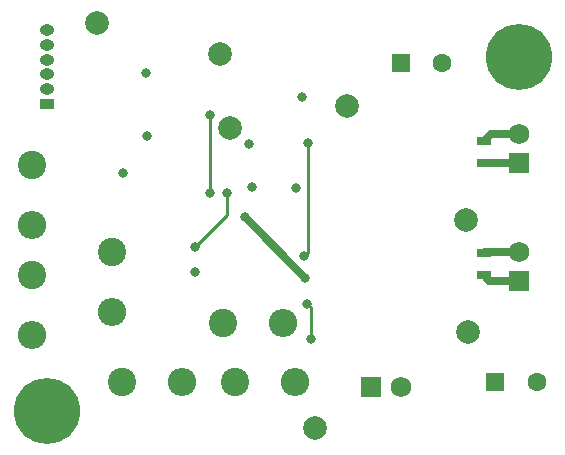
<source format=gbr>
%TF.GenerationSoftware,KiCad,Pcbnew,(5.1.10)-1*%
%TF.CreationDate,2021-08-14T12:20:45-07:00*%
%TF.ProjectId,EmitterDriverV2,456d6974-7465-4724-9472-697665725632,rev?*%
%TF.SameCoordinates,Original*%
%TF.FileFunction,Copper,L4,Bot*%
%TF.FilePolarity,Positive*%
%FSLAX46Y46*%
G04 Gerber Fmt 4.6, Leading zero omitted, Abs format (unit mm)*
G04 Created by KiCad (PCBNEW (5.1.10)-1) date 2021-08-14 12:20:45*
%MOMM*%
%LPD*%
G01*
G04 APERTURE LIST*
%TA.AperFunction,ComponentPad*%
%ADD10C,5.600000*%
%TD*%
%TA.AperFunction,ComponentPad*%
%ADD11R,1.600000X1.600000*%
%TD*%
%TA.AperFunction,ComponentPad*%
%ADD12C,1.600000*%
%TD*%
%TA.AperFunction,ComponentPad*%
%ADD13R,1.750000X1.750000*%
%TD*%
%TA.AperFunction,ComponentPad*%
%ADD14C,1.750000*%
%TD*%
%TA.AperFunction,ComponentPad*%
%ADD15O,1.250000X0.950000*%
%TD*%
%TA.AperFunction,ComponentPad*%
%ADD16R,1.250000X0.950000*%
%TD*%
%TA.AperFunction,SMDPad,CuDef*%
%ADD17R,1.300000X0.700000*%
%TD*%
%TA.AperFunction,ComponentPad*%
%ADD18C,2.400000*%
%TD*%
%TA.AperFunction,ComponentPad*%
%ADD19O,2.400000X2.400000*%
%TD*%
%TA.AperFunction,ComponentPad*%
%ADD20C,2.000000*%
%TD*%
%TA.AperFunction,ViaPad*%
%ADD21C,0.800000*%
%TD*%
%TA.AperFunction,Conductor*%
%ADD22C,0.635000*%
%TD*%
%TA.AperFunction,Conductor*%
%ADD23C,0.250000*%
%TD*%
%TA.AperFunction,Conductor*%
%ADD24C,0.254000*%
%TD*%
G04 APERTURE END LIST*
D10*
%TO.P,REF\u002A\u002A,1*%
%TO.N,N/C*%
X75000000Y-45000000D03*
%TD*%
%TO.P,REF\u002A\u002A,1*%
%TO.N,N/C*%
X35000000Y-75000000D03*
%TD*%
D11*
%TO.P,C1,1*%
%TO.N,+BATT*%
X73000000Y-72500000D03*
D12*
%TO.P,C1,2*%
%TO.N,GND*%
X76500000Y-72500000D03*
%TD*%
%TO.P,C2,2*%
%TO.N,GND*%
X68500000Y-45500000D03*
D11*
%TO.P,C2,1*%
%TO.N,+BATT*%
X65000000Y-45500000D03*
%TD*%
D13*
%TO.P,D3,1*%
%TO.N,Net-(D3-Pad1)*%
X75000000Y-64000000D03*
D14*
%TO.P,D3,2*%
%TO.N,+BATT*%
X75000000Y-61500000D03*
%TD*%
%TO.P,D4,2*%
%TO.N,+BATT*%
X75000000Y-51500000D03*
D13*
%TO.P,D4,1*%
%TO.N,Net-(D4-Pad1)*%
X75000000Y-54000000D03*
%TD*%
D15*
%TO.P,J1,6*%
%TO.N,N/C*%
X35000000Y-42750000D03*
%TO.P,J1,5*%
%TO.N,GND*%
X35000000Y-44000000D03*
%TO.P,J1,4*%
%TO.N,/Mod2*%
X35000000Y-45250000D03*
%TO.P,J1,3*%
%TO.N,/Mod1*%
X35000000Y-46500000D03*
%TO.P,J1,2*%
%TO.N,/PWM*%
X35000000Y-47750000D03*
D16*
%TO.P,J1,1*%
%TO.N,VCC*%
X35000000Y-49000000D03*
%TD*%
D14*
%TO.P,J2,2*%
%TO.N,GND*%
X65000000Y-73000000D03*
D13*
%TO.P,J2,1*%
%TO.N,+BATT*%
X62500000Y-73000000D03*
%TD*%
D17*
%TO.P,R6,1*%
%TO.N,+BATT*%
X72000000Y-61600000D03*
%TO.P,R6,2*%
%TO.N,Net-(D3-Pad1)*%
X72000000Y-63500000D03*
%TD*%
%TO.P,R7,2*%
%TO.N,Net-(D4-Pad1)*%
X72000000Y-54000000D03*
%TO.P,R7,1*%
%TO.N,+BATT*%
X72000000Y-52100000D03*
%TD*%
D18*
%TO.P,R8,1*%
%TO.N,Net-(R12-Pad2)*%
X33760000Y-63500000D03*
D19*
%TO.P,R8,2*%
%TO.N,Net-(Q4-Pad3)*%
X33760000Y-68580000D03*
%TD*%
%TO.P,R9,2*%
%TO.N,Net-(Q4-Pad3)*%
X40500000Y-66580000D03*
D18*
%TO.P,R9,1*%
%TO.N,Net-(R12-Pad2)*%
X40500000Y-61500000D03*
%TD*%
D19*
%TO.P,R10,2*%
%TO.N,Net-(Q5-Pad3)*%
X56000000Y-72500000D03*
D18*
%TO.P,R10,1*%
%TO.N,Net-(R10-Pad1)*%
X50920000Y-72500000D03*
%TD*%
D19*
%TO.P,R11,2*%
%TO.N,Net-(Q5-Pad3)*%
X55000000Y-67500000D03*
D18*
%TO.P,R11,1*%
%TO.N,Net-(R10-Pad1)*%
X49920000Y-67500000D03*
%TD*%
%TO.P,R12,1*%
%TO.N,GND*%
X33760000Y-54185000D03*
D19*
%TO.P,R12,2*%
%TO.N,Net-(R12-Pad2)*%
X33760000Y-59265000D03*
%TD*%
D18*
%TO.P,R13,1*%
%TO.N,GND*%
X41420000Y-72500000D03*
D19*
%TO.P,R13,2*%
%TO.N,Net-(R10-Pad1)*%
X46500000Y-72500000D03*
%TD*%
D20*
%TO.P,BATT,1*%
%TO.N,+BATT*%
X60400000Y-49200000D03*
%TD*%
%TO.P,GND,1*%
%TO.N,GND*%
X57700000Y-76400000D03*
%TD*%
%TO.P,TP3,1*%
%TO.N,Net-(D1-Pad1)*%
X50500000Y-51000000D03*
%TD*%
%TO.P,TP4,1*%
%TO.N,Net-(D2-Pad1)*%
X49700000Y-44800000D03*
%TD*%
%TO.P,TP5,1*%
%TO.N,Net-(Q5-Pad3)*%
X70500000Y-58800000D03*
%TD*%
%TO.P,TP6,1*%
%TO.N,Net-(Q4-Pad3)*%
X70700000Y-68300000D03*
%TD*%
%TO.P,GND,1*%
%TO.N,GND*%
X39300000Y-42100000D03*
%TD*%
D21*
%TO.N,+BATT*%
X56100000Y-56100000D03*
%TO.N,GND*%
X41500000Y-54800000D03*
X43500000Y-51700000D03*
X43400000Y-46400000D03*
X56600000Y-48400000D03*
X52400000Y-56000000D03*
X47600000Y-63200000D03*
X52100000Y-52400000D03*
%TO.N,Net-(D1-Pad1)*%
X50300000Y-56500000D03*
X47600000Y-61100000D03*
%TO.N,Net-(D2-Pad1)*%
X57100000Y-52300000D03*
X56800000Y-61900000D03*
%TO.N,Net-(Q2-Pad3)*%
X48800000Y-49900000D03*
X48840000Y-56535000D03*
%TO.N,Net-(Q4-Pad1)*%
X56900000Y-63700000D03*
X51800000Y-58600000D03*
%TO.N,Net-(Q4-Pad3)*%
X57400000Y-68900000D03*
X57085751Y-65914249D03*
%TD*%
D22*
%TO.N,+BATT*%
X72600000Y-51500000D02*
X72000000Y-52100000D01*
X75000000Y-51500000D02*
X72600000Y-51500000D01*
X72100000Y-61500000D02*
X72000000Y-61600000D01*
X75000000Y-61500000D02*
X72100000Y-61500000D01*
D23*
%TO.N,Net-(D1-Pad1)*%
X50300000Y-58400000D02*
X47600000Y-61100000D01*
X50300000Y-56500000D02*
X50300000Y-58400000D01*
%TO.N,Net-(D2-Pad1)*%
X57100000Y-61600000D02*
X56800000Y-61900000D01*
X57100000Y-52300000D02*
X57100000Y-61600000D01*
D22*
%TO.N,Net-(D3-Pad1)*%
X72500000Y-64000000D02*
X72000000Y-63500000D01*
X75000000Y-64000000D02*
X72500000Y-64000000D01*
%TO.N,Net-(D4-Pad1)*%
X75000000Y-54000000D02*
X72000000Y-54000000D01*
D23*
%TO.N,Net-(Q2-Pad3)*%
X48800000Y-56495000D02*
X48840000Y-56535000D01*
X48800000Y-49900000D02*
X48800000Y-56495000D01*
D22*
%TO.N,Net-(Q4-Pad1)*%
X56900000Y-63700000D02*
X51800000Y-58600000D01*
D24*
%TO.N,Net-(Q4-Pad3)*%
X57400000Y-66228498D02*
X57085751Y-65914249D01*
X57400000Y-68900000D02*
X57400000Y-66228498D01*
%TD*%
M02*

</source>
